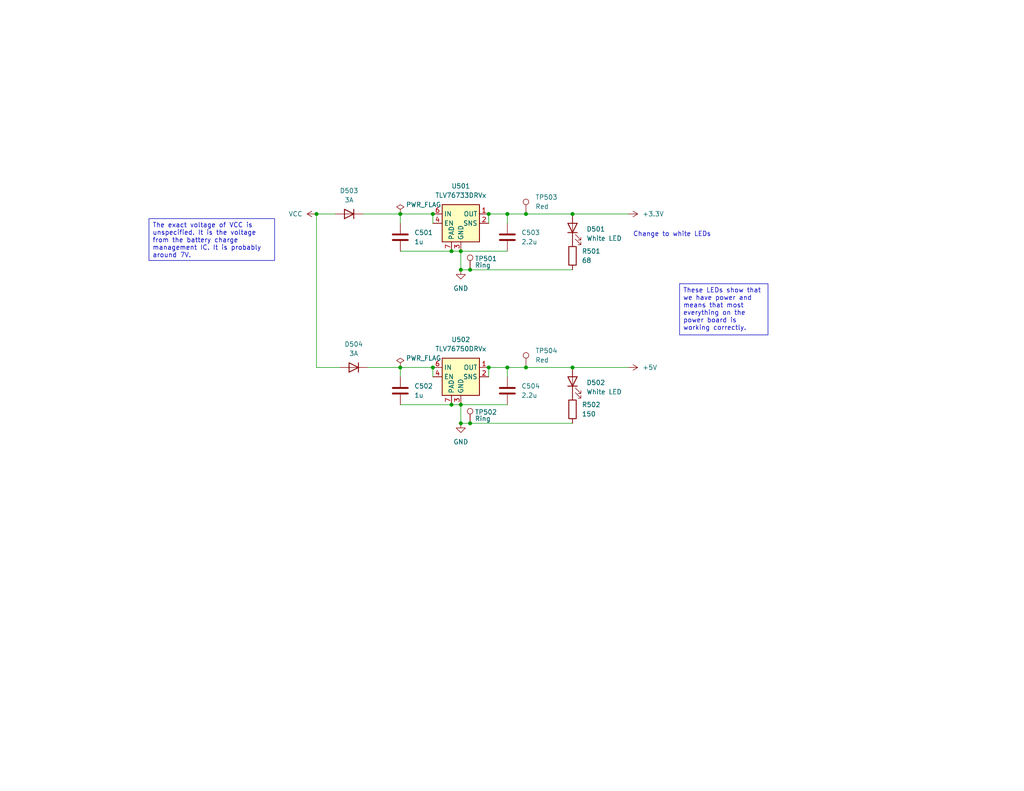
<source format=kicad_sch>
(kicad_sch (version 20230121) (generator eeschema)
  (paper "USLetter")
  (lib_symbols
    (symbol "Connector:TestPoint" (pin_numbers hide) (pin_names (offset 0.762) hide)
      (property "Reference" "TP" (at 0 6.858 0))
      (property "Value" "TestPoint" (at 0 5.08 0))
      (symbol "TestPoint_0_1"
        (circle (center 0 3.302) (radius 0.762))
      )
      (symbol "TestPoint_1_1"
        (pin passive line (at 0 0 90) (length 2.54) (name "1") (number "1"))
      )
    )
    (symbol "Device:C" (pin_numbers hide) (pin_names (offset 0.254))
      (property "Reference" "C" (at 0.635 2.54 0))
      (property "Value" "C" (at 0.635 -2.54 0))
      (symbol "C_0_1"
        (polyline (pts (xy -2.032 -0.762) (xy 2.032 -0.762)) (stroke (width 0.508)))
        (polyline (pts (xy -2.032 0.762) (xy 2.032 0.762)) (stroke (width 0.508)))
      )
      (symbol "C_1_1"
        (pin passive line (at 0 3.81 270) (length 2.794) (name "~") (number "1"))
        (pin passive line (at 0 -3.81 90) (length 2.794) (name "~") (number "2"))
      )
    )
    (symbol "Device:LED" (pin_numbers hide) (pin_names (offset 1.016) hide)
      (property "Reference" "D" (at 0 2.54 0))
      (property "Value" "LED" (at 0 -2.54 0))
      (symbol "LED_0_1"
        (polyline (pts (xy -1.27 -1.27) (xy -1.27 1.27)) (stroke (width 0.254)))
        (polyline (pts (xy -1.27 0) (xy 1.27 0)))
        (polyline (pts (xy 1.27 -1.27) (xy 1.27 1.27) (xy -1.27 0) (xy 1.27 -1.27)) (stroke (width 0.254)))
        (polyline (pts (xy -3.048 -0.762) (xy -4.572 -2.286) (xy -3.81 -2.286) (xy -4.572 -2.286) (xy -4.572 -1.524)))
        (polyline (pts (xy -1.778 -0.762) (xy -3.302 -2.286) (xy -2.54 -2.286) (xy -3.302 -2.286) (xy -3.302 -1.524)))
      )
      (symbol "LED_1_1"
        (pin passive line (at -3.81 0 0) (length 2.54) (name "K") (number "1"))
        (pin passive line (at 3.81 0 180) (length 2.54) (name "A") (number "2"))
      )
    )
    (symbol "Device:R" (pin_numbers hide) (pin_names (offset 0))
      (property "Reference" "R" (at 2.032 0 90))
      (property "Value" "R" (at 0 0 90))
      (symbol "R_0_1"
        (rectangle (start -1.016 -2.54) (end 1.016 2.54) (stroke (width 0.254)))
      )
      (symbol "R_1_1"
        (pin passive line (at 0 3.81 270) (length 1.27) (name "~") (number "1"))
        (pin passive line (at 0 -3.81 90) (length 1.27) (name "~") (number "2"))
      )
    )
    (symbol "Diode:1N4001" (pin_numbers hide) (pin_names hide)
      (property "Reference" "D" (at 0 2.54 0))
      (property "Value" "1N4001" (at 0 -2.54 0))
      (symbol "1N4001_0_1"
        (polyline (pts (xy -1.27 1.27) (xy -1.27 -1.27)) (stroke (width 0.254)))
        (polyline (pts (xy 1.27 0) (xy -1.27 0)))
        (polyline (pts (xy 1.27 1.27) (xy 1.27 -1.27) (xy -1.27 0) (xy 1.27 1.27)) (stroke (width 0.254)))
      )
      (symbol "1N4001_1_1"
        (pin passive line (at -3.81 0 0) (length 2.54) (name "K") (number "1"))
        (pin passive line (at 3.81 0 180) (length 2.54) (name "A") (number "2"))
      )
    )
    (symbol "Regulator_Linear:TLV76733DRVx"
      (property "Reference" "U" (at 0 8.89 0))
      (property "Value" "TLV76733DRVx" (at 0 6.35 0))
      (symbol "TLV76733DRVx_0_1"
        (rectangle (start -5.08 -5.08) (end 5.08 5.08) (stroke (width 0.254)) (fill (type background)))
      )
      (symbol "TLV76733DRVx_1_1"
        (pin power_out line (at 7.62 2.54 180) (length 2.54) (name "OUT") (number "1"))
        (pin input line (at 7.62 0 180) (length 2.54) (name "SNS") (number "2"))
        (pin power_in line (at 0 -7.62 90) (length 2.54) (name "GND") (number "3"))
        (pin input line (at -7.62 0 0) (length 2.54) (name "EN") (number "4"))
        (pin passive line (at 0 -7.62 90) (length 2.54) hide (name "GND") (number "5"))
        (pin power_in line (at -7.62 2.54 0) (length 2.54) (name "IN") (number "6"))
        (pin passive line (at -2.54 -7.62 90) (length 2.54) (name "PAD") (number "7"))
      )
    )
    (symbol "Regulator_Linear:TLV76750DRVx"
      (property "Reference" "U" (at 0 8.89 0))
      (property "Value" "TLV76750DRVx" (at 0 6.35 0))
      (symbol "TLV76750DRVx_0_1"
        (rectangle (start -5.08 -5.08) (end 5.08 5.08) (stroke (width 0.254)) (fill (type background)))
      )
      (symbol "TLV76750DRVx_1_1"
        (pin power_out line (at 7.62 2.54 180) (length 2.54) (name "OUT") (number "1"))
        (pin input line (at 7.62 0 180) (length 2.54) (name "SNS") (number "2"))
        (pin power_in line (at 0 -7.62 90) (length 2.54) (name "GND") (number "3"))
        (pin input line (at -7.62 0 0) (length 2.54) (name "EN") (number "4"))
        (pin passive line (at 0 -7.62 90) (length 2.54) hide (name "GND") (number "5"))
        (pin power_in line (at -7.62 2.54 0) (length 2.54) (name "IN") (number "6"))
        (pin passive line (at -2.54 -7.62 90) (length 2.54) (name "PAD") (number "7"))
      )
    )
    (symbol "power:+3.3V" (power) (pin_names (offset 0))
      (property "Value" "+3.3V" (at 0 3.556 0))
      (symbol "+3.3V_0_1"
        (polyline (pts (xy -0.762 1.27) (xy 0 2.54)))
        (polyline (pts (xy 0 0) (xy 0 2.54)))
        (polyline (pts (xy 0 2.54) (xy 0.762 1.27)))
      )
      (symbol "+3.3V_1_1"
        (pin power_in line (at 0 0 90) (length 0) hide (name "+3.3V") (number "1"))
      )
    )
    (symbol "power:+5V" (power) (pin_names (offset 0))
      (property "Value" "+5V" (at 0 3.556 0))
      (symbol "+5V_0_1"
        (polyline (pts (xy -0.762 1.27) (xy 0 2.54)))
        (polyline (pts (xy 0 0) (xy 0 2.54)))
        (polyline (pts (xy 0 2.54) (xy 0.762 1.27)))
      )
      (symbol "+5V_1_1"
        (pin power_in line (at 0 0 90) (length 0) hide (name "+5V") (number "1"))
      )
    )
    (symbol "power:GND" (power) (pin_names (offset 0))
      (property "Value" "GND" (at 0 -3.81 0))
      (symbol "GND_0_1"
        (polyline (pts (xy 0 0) (xy 0 -1.27) (xy 1.27 -1.27) (xy 0 -2.54) (xy -1.27 -1.27) (xy 0 -1.27)))
      )
      (symbol "GND_1_1"
        (pin power_in line (at 0 0 270) (length 0) hide (name "GND") (number "1"))
      )
    )
    (symbol "power:PWR_FLAG" (power) (pin_numbers hide) (pin_names (offset 0) hide)
      (property "Value" "PWR_FLAG" (at 0 3.81 0))
      (symbol "PWR_FLAG_0_0"
        (pin power_out line (at 0 0 90) (length 0) (name "pwr") (number "1"))
      )
      (symbol "PWR_FLAG_0_1"
        (polyline (pts (xy 0 0) (xy 0 1.27) (xy -1.016 1.905) (xy 0 2.54) (xy 1.016 1.905) (xy 0 1.27)))
      )
    )
    (symbol "power:VCC" (power) (pin_names (offset 0))
      (property "Value" "VCC" (at 0 3.81 0))
      (symbol "VCC_0_1"
        (polyline (pts (xy -0.762 1.27) (xy 0 2.54)))
        (polyline (pts (xy 0 0) (xy 0 2.54)))
        (polyline (pts (xy 0 2.54) (xy 0.762 1.27)))
      )
      (symbol "VCC_1_1"
        (pin power_in line (at 0 0 90) (length 0) hide (name "VCC") (number "1"))
      )
    )
  )
  (junction (at 128.27 115.57))
  (junction (at 156.21 58.42))
  (junction (at 143.51 100.33))
  (junction (at 125.73 110.49))
  (junction (at 118.11 58.42))
  (junction (at 109.22 100.33))
  (junction (at 143.51 58.42))
  (junction (at 123.19 68.58))
  (junction (at 128.27 73.66))
  (junction (at 133.35 100.33))
  (junction (at 156.21 100.33))
  (junction (at 125.73 73.66))
  (junction (at 138.43 100.33))
  (junction (at 125.73 68.58))
  (junction (at 86.36 58.42))
  (junction (at 123.19 110.49))
  (junction (at 138.43 58.42))
  (junction (at 118.11 100.33))
  (junction (at 109.22 58.42))
  (junction (at 125.73 115.57))
  (junction (at 133.35 58.42))
  (wire (pts (xy 125.73 73.66) (xy 128.27 73.66)))
  (wire (pts (xy 86.36 58.42) (xy 86.36 100.33)))
  (wire (pts (xy 100.33 100.33) (xy 109.22 100.33)))
  (wire (pts (xy 99.06 58.42) (xy 109.22 58.42)))
  (wire (pts (xy 143.51 58.42) (xy 138.43 58.42)))
  (wire (pts (xy 128.27 115.57) (xy 156.21 115.57)))
  (wire (pts (xy 118.11 100.33) (xy 118.11 102.87)))
  (wire (pts (xy 109.22 110.49) (xy 123.19 110.49)))
  (wire (pts (xy 109.22 100.33) (xy 109.22 102.87)))
  (wire (pts (xy 109.22 58.42) (xy 109.22 60.96)))
  (wire (pts (xy 109.22 58.42) (xy 118.11 58.42)))
  (wire (pts (xy 125.73 115.57) (xy 128.27 115.57)))
  (wire (pts (xy 125.73 68.58) (xy 138.43 68.58)))
  (wire (pts (xy 171.45 58.42) (xy 156.21 58.42)))
  (wire (pts (xy 133.35 58.42) (xy 133.35 60.96)))
  (wire (pts (xy 138.43 100.33) (xy 133.35 100.33)))
  (wire (pts (xy 123.19 68.58) (xy 125.73 68.58)))
  (wire (pts (xy 128.27 73.66) (xy 156.21 73.66)))
  (wire (pts (xy 125.73 110.49) (xy 138.43 110.49)))
  (wire (pts (xy 125.73 115.57) (xy 125.73 110.49)))
  (wire (pts (xy 109.22 100.33) (xy 118.11 100.33)))
  (wire (pts (xy 133.35 100.33) (xy 133.35 102.87)))
  (wire (pts (xy 86.36 58.42) (xy 91.44 58.42)))
  (wire (pts (xy 138.43 100.33) (xy 138.43 102.87)))
  (wire (pts (xy 171.45 100.33) (xy 156.21 100.33)))
  (wire (pts (xy 118.11 58.42) (xy 118.11 60.96)))
  (wire (pts (xy 125.73 73.66) (xy 125.73 68.58)))
  (wire (pts (xy 156.21 58.42) (xy 143.51 58.42)))
  (wire (pts (xy 143.51 100.33) (xy 138.43 100.33)))
  (wire (pts (xy 138.43 58.42) (xy 138.43 60.96)))
  (wire (pts (xy 123.19 110.49) (xy 125.73 110.49)))
  (wire (pts (xy 138.43 58.42) (xy 133.35 58.42)))
  (wire (pts (xy 156.21 100.33) (xy 143.51 100.33)))
  (wire (pts (xy 109.22 68.58) (xy 123.19 68.58)))
  (wire (pts (xy 86.36 100.33) (xy 92.71 100.33)))
  (text_box "These LEDs show that we have power and means that most everything on the power board is working correctly." (at 185.42 77.47 0) (size 24.13 13.97) (effects (font (size 1.27 1.27)) (justify left top)))
  (text_box "The exact voltage of VCC is unspecified. It is the voltage from the battery charge management IC. It is probably around 7V." (at 40.64 59.69 0) (size 34.29 11.43) (effects (font (size 1.27 1.27)) (justify left top)))
  (text "Change to white LEDs" (at 172.72 64.77 0) (effects (font (size 1.27 1.27)) (justify left bottom)))
  (symbol (lib_id "Connector:TestPoint") (at 128.27 73.66 0) (unit 1)
    (property "Reference" "TP501" (at 129.54 70.612 0) (effects (justify left)))
    (property "Value" "Ring" (at 129.54 72.39 0) (effects (justify left)))
    (property "Footprint" "TestPoint:TestPoint_Keystone_5019_Minature" (effects hide))
    (property "MPN" "C238131" (effects hide))
    (property "Manufacturer" "Keystone" (effects hide))
    (property "Manufacturer Part Number" "5019" (effects hide))
    (property "Active" "Y" (effects hide))
  )
  (symbol (lib_id "Connector:TestPoint") (at 128.27 115.57 0) (unit 1)
    (property "Reference" "TP502" (at 129.54 112.522 0) (effects (justify left)))
    (property "Value" "Ring" (at 129.54 114.3 0) (effects (justify left)))
    (property "Footprint" "TestPoint:TestPoint_Keystone_5019_Minature" (effects hide))
    (property "MPN" "C238131" (effects hide))
    (property "Manufacturer" "Keystone" (effects hide))
    (property "Manufacturer Part Number" "5019" (effects hide))
    (property "Active" "Y" (effects hide))
  )
  (symbol (lib_id "power:VCC") (at 86.36 58.42 90) (unit 1)
    (property "Reference" "#PWR0501" (effects hide))
    (property "Value" "VCC" (at 82.55 58.42 90) (effects (justify left)))
  )
  (symbol (lib_id "Device:LED") (at 156.21 104.14 90) (unit 1)
    (property "Reference" "D502" (at 160.02 104.4575 90) (effects (justify right)))
    (property "Value" "White LED" (at 160.02 106.9975 90) (effects (justify right)))
    (property "Footprint" "LED_SMD:LED_1206_3216Metric" (effects hide))
    (property "Active" "Y" (effects hide))
    (property "MPN" "C575513" (effects hide))
    (property "Manufacturer" "Lite-On" (effects hide))
    (property "Manufacturer Part Number" "LTW-C230DS" (effects hide))
  )
  (symbol (lib_id "Device:C") (at 138.43 64.77 0) (unit 1)
    (property "Reference" "C503" (at 142.24 63.5 0) (effects (justify left)))
    (property "Value" "2.2u" (at 142.24 66.04 0) (effects (justify left)))
    (property "Footprint" "Capacitor_SMD:C_0805_2012Metric" (effects hide))
    (property "Active" "Y" (effects hide))
    (property "Specs" "3.3V" (effects hide))
    (property "MPN" "C577425" (effects hide))
    (property "Manufacturer" "YAGEO" (effects hide))
    (property "Manufacturer Part Number" "CS0805KKX7R7BB225" (effects hide))
  )
  (symbol (lib_id "Connector:TestPoint") (at 143.51 58.42 0) (unit 1)
    (property "Reference" "TP503" (at 146.05 53.848 0) (effects (justify left)))
    (property "Value" "Red" (at 146.05 56.388 0) (effects (justify left)))
    (property "Footprint" "TestPoint:TestPoint_Keystone_5000-5004_Miniature" (effects hide))
    (property "MPN" "C5199900" (effects hide))
    (property "Manufacturer" "Keystone" (effects hide))
    (property "Manufacturer Part Number" "5000" (effects hide))
    (property "Active" "Y" (effects hide))
  )
  (symbol (lib_id "power:+5V") (at 171.45 100.33 270) (unit 1)
    (property "Reference" "#PWR0506" (effects hide))
    (property "Value" "+5V" (at 175.26 100.33 90) (effects (justify left)))
  )
  (symbol (lib_id "Diode:1N4001") (at 95.25 58.42 180) (unit 1)
    (property "Reference" "D503" (at 95.25 52.07 0))
    (property "Value" "3A" (at 95.25 54.61 0))
    (property "Footprint" "Diode_THT:D_DO-15_P2.54mm_Vertical_KathodeUp" (effects hide))
    (property "Datasheet" "http://www.vishay.com/docs/88503/1n4001.pdf" (effects hide))
    (property "Sim.Device" "D" (effects hide))
    (property "Sim.Pins" "1=K 2=A" (effects hide))
    (property "MPN" "C125939" (effects hide))
    (property "Manufacturer" "Vishay Intertech" (effects hide))
    (property "Manufacturer Part Number" "SBYV27-200-E3/54" (effects hide))
    (property "Active" "Y" (effects hide))
  )
  (symbol (lib_id "power:GND") (at 125.73 73.66 0) (unit 1)
    (property "Reference" "#PWR0503" (effects hide))
    (property "Value" "GND" (at 125.73 78.74 0))
  )
  (symbol (lib_id "Connector:TestPoint") (at 143.51 100.33 0) (unit 1)
    (property "Reference" "TP504" (at 146.05 95.758 0) (effects (justify left)))
    (property "Value" "Red" (at 146.05 98.298 0) (effects (justify left)))
    (property "Footprint" "TestPoint:TestPoint_Keystone_5000-5004_Miniature" (effects hide))
    (property "MPN" "C5199900" (effects hide))
    (property "Manufacturer" "Keystone" (effects hide))
    (property "Manufacturer Part Number" "5000" (effects hide))
    (property "Active" "Y" (effects hide))
  )
  (symbol (lib_id "Device:C") (at 109.22 106.68 0) (unit 1)
    (property "Reference" "C502" (at 113.03 105.41 0) (effects (justify left)))
    (property "Value" "1u" (at 113.03 107.95 0) (effects (justify left)))
    (property "Footprint" "Capacitor_SMD:C_0805_2012Metric" (effects hide))
    (property "MPN" "C726584" (effects hide))
    (property "Manufacturer" "YAGEO" (effects hide))
    (property "Manufacturer Part Number" "AC0805KKX7R9BB105" (effects hide))
    (property "Active" "Y" (effects hide))
    (property "Specs" "10V" (effects hide))
  )
  (symbol (lib_id "Diode:1N4001") (at 96.52 100.33 180) (unit 1)
    (property "Reference" "D504" (at 96.52 93.98 0))
    (property "Value" "3A" (at 96.52 96.52 0))
    (property "Footprint" "Diode_THT:D_DO-15_P2.54mm_Vertical_KathodeUp" (effects hide))
    (property "Datasheet" "http://www.vishay.com/docs/88503/1n4001.pdf" (effects hide))
    (property "Sim.Device" "D" (effects hide))
    (property "Sim.Pins" "1=K 2=A" (effects hide))
    (property "MPN" "C125939" (effects hide))
    (property "Manufacturer" "Vishay Intertech" (effects hide))
    (property "Manufacturer Part Number" "SBYV27-200-E3/54" (effects hide))
    (property "Active" "Y" (effects hide))
  )
  (symbol (lib_id "Device:R") (at 156.21 69.85 0) (unit 1)
    (property "Reference" "R501" (at 158.75 68.58 0) (effects (justify left)))
    (property "Value" "68" (at 158.75 71.12 0) (effects (justify left)))
    (property "Footprint" "Resistor_SMD:R_0402_1005Metric" (effects hide))
    (property "MPN" "C163455" (effects hide))
    (property "Manufacturer" "YAGEO" (effects hide))
    (property "Manufacturer Part Number" "RC0402FR-0768RL" (effects hide))
    (property "Active" "Y" (effects hide))
  )
  (symbol (lib_id "power:+3.3V") (at 171.45 58.42 270) (unit 1)
    (property "Reference" "#PWR0505" (effects hide))
    (property "Value" "+3.3V" (at 175.26 58.42 90) (effects (justify left)))
  )
  (symbol (lib_id "Device:C") (at 109.22 64.77 0) (unit 1)
    (property "Reference" "C501" (at 113.03 63.5 0) (effects (justify left)))
    (property "Value" "1u" (at 113.03 66.04 0) (effects (justify left)))
    (property "Footprint" "Capacitor_SMD:C_0805_2012Metric" (effects hide))
    (property "MPN" "C726584" (effects hide))
    (property "Manufacturer" "YAGEO" (effects hide))
    (property "Manufacturer Part Number" "AC0805KKX7R9BB105" (effects hide))
    (property "Active" "Y" (effects hide))
    (property "Specs" "10V" (effects hide))
  )
  (symbol (lib_id "Device:LED") (at 156.21 62.23 90) (unit 1)
    (property "Reference" "D501" (at 160.02 62.5475 90) (effects (justify right)))
    (property "Value" "White LED" (at 160.02 65.0875 90) (effects (justify right)))
    (property "Footprint" "LED_SMD:LED_1206_3216Metric" (effects hide))
    (property "Active" "Y" (effects hide))
    (property "MPN" "C575513" (effects hide))
    (property "Manufacturer" "Lite-On" (effects hide))
    (property "Manufacturer Part Number" "LTW-C230DS" (effects hide))
  )
  (symbol (lib_id "power:PWR_FLAG") (at 109.22 100.33 0) (unit 1)
    (property "Reference" "#FLG0502" (effects hide))
    (property "Value" "PWR_FLAG" (at 115.57 97.79 0))
  )
  (symbol (lib_id "Regulator_Linear:TLV76733DRVx") (at 125.73 60.96 0) (unit 1)
    (property "Reference" "U501" (at 125.73 50.8 0))
    (property "Value" "TLV76733DRVx" (at 125.73 53.34 0))
    (property "Footprint" "Package_SON:WSON-6-1EP_2x2mm_P0.65mm_EP1x1.6mm_ThermalVias" (effects hide))
    (property "Datasheet" "www.ti.com/lit/gpn/TLV767" (effects hide))
    (property "Active" "Y" (effects hide))
    (property "MPN" "C2848334" (effects hide))
    (property "Manufacturer" "Texas Instruments" (effects hide))
    (property "Manufacturer Part Number" "TLV76733DRVR" (effects hide))
  )
  (symbol (lib_id "Device:C") (at 138.43 106.68 0) (unit 1)
    (property "Reference" "C504" (at 142.24 105.41 0) (effects (justify left)))
    (property "Value" "2.2u" (at 142.24 107.95 0) (effects (justify left)))
    (property "Footprint" "Capacitor_SMD:C_0805_2012Metric" (effects hide))
    (property "Active" "Y" (effects hide))
    (property "Specs" "3.3V" (effects hide))
    (property "MPN" "C577425" (effects hide))
    (property "Manufacturer" "YAGEO" (effects hide))
    (property "Manufacturer Part Number" "CS0805KKX7R7BB225" (effects hide))
  )
  (symbol (lib_id "Regulator_Linear:TLV76750DRVx") (at 125.73 102.87 0) (unit 1)
    (property "Reference" "U502" (at 125.73 92.71 0))
    (property "Value" "TLV76750DRVx" (at 125.73 95.25 0))
    (property "Footprint" "Package_SON:WSON-6-1EP_2x2mm_P0.65mm_EP1x1.6mm_ThermalVias" (effects hide))
    (property "Datasheet" "www.ti.com/lit/gpn/TLV767" (effects hide))
    (property "Manufacturer" "Texas Instruments" (effects hide))
    (property "Manufacturer Part Number" "TLV76750DRVR" (effects hide))
    (property "MPN" "C2872569" (effects hide))
    (property "Active" "Y" (effects hide))
  )
  (symbol (lib_id "power:PWR_FLAG") (at 109.22 58.42 0) (unit 1)
    (property "Reference" "#FLG0501" (effects hide))
    (property "Value" "PWR_FLAG" (at 115.57 55.88 0))
  )
  (symbol (lib_id "Device:R") (at 156.21 111.76 0) (unit 1)
    (property "Reference" "R502" (at 158.75 110.49 0) (effects (justify left)))
    (property "Value" "150" (at 158.75 113.03 0) (effects (justify left)))
    (property "Footprint" "Resistor_SMD:R_0402_1005Metric" (effects hide))
    (property "MPN" "C138054" (effects hide))
    (property "Manufacturer" "YAGEO" (effects hide))
    (property "Manufacturer Part Number" "RC0402FR-07150RL" (effects hide))
    (property "Active" "Y" (effects hide))
  )
  (symbol (lib_id "power:GND") (at 125.73 115.57 0) (unit 1)
    (property "Reference" "#PWR0504" (effects hide))
    (property "Value" "GND" (at 125.73 120.65 0))
  )
)
</source>
